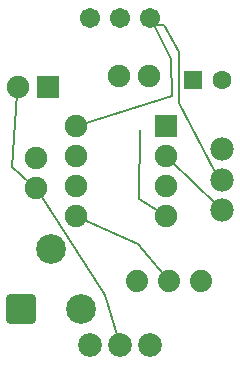
<source format=gbl>
G04 MADE WITH FRITZING*
G04 WWW.FRITZING.ORG*
G04 DOUBLE SIDED*
G04 HOLES PLATED*
G04 CONTOUR ON CENTER OF CONTOUR VECTOR*
%ASAXBY*%
%FSLAX23Y23*%
%MOIN*%
%OFA0B0*%
%SFA1.0B1.0*%
%ADD10C,0.074000*%
%ADD11C,0.078000*%
%ADD12C,0.075000*%
%ADD13C,0.099000*%
%ADD14C,0.062992*%
%ADD15C,0.067559*%
%ADD16C,0.079370*%
%ADD17R,0.075000X0.075000*%
%ADD18R,0.062992X0.062992*%
%ADD19C,0.008000*%
%ADD20C,0.029000*%
%LNCOPPER0*%
G90*
G70*
G54D10*
X670Y344D03*
X563Y344D03*
X456Y344D03*
G54D11*
X740Y580D03*
X740Y781D03*
X740Y680D03*
G54D12*
X552Y860D03*
X252Y860D03*
X552Y760D03*
X252Y760D03*
X552Y660D03*
X252Y660D03*
X552Y560D03*
X252Y560D03*
X552Y860D03*
X252Y860D03*
X552Y760D03*
X252Y760D03*
X552Y660D03*
X252Y660D03*
X552Y560D03*
X252Y560D03*
G54D13*
X267Y250D03*
X67Y250D03*
X167Y450D03*
G54D12*
X118Y651D03*
X118Y751D03*
X118Y651D03*
X118Y751D03*
X496Y1026D03*
X396Y1026D03*
X496Y1026D03*
X396Y1026D03*
X158Y990D03*
X58Y990D03*
X158Y990D03*
X58Y990D03*
G54D14*
X642Y1013D03*
X740Y1013D03*
G54D15*
X500Y1218D03*
X400Y1218D03*
X300Y1218D03*
G54D16*
X500Y128D03*
X400Y128D03*
X300Y128D03*
G54D17*
X552Y860D03*
X552Y860D03*
X158Y990D03*
X158Y990D03*
G54D18*
X642Y1013D03*
G54D19*
X723Y597D02*
X568Y744D01*
D02*
X515Y1205D02*
X525Y1196D01*
X525Y1196D02*
X545Y1196D01*
X545Y1196D02*
X595Y1106D01*
X595Y1106D02*
X595Y936D01*
X595Y936D02*
X715Y706D01*
X715Y706D02*
X723Y698D01*
D02*
X56Y967D02*
X39Y723D01*
D02*
X39Y723D02*
X101Y667D01*
D02*
X393Y152D02*
X347Y296D01*
D02*
X347Y296D02*
X131Y632D01*
D02*
X460Y466D02*
X273Y550D01*
D02*
X546Y364D02*
X460Y466D01*
D02*
X274Y867D02*
X571Y958D01*
D02*
X568Y1084D02*
X571Y958D01*
D02*
X509Y1201D02*
X568Y1084D01*
D02*
X465Y846D02*
X461Y616D01*
D02*
X461Y616D02*
X532Y572D01*
G54D20*
X32Y285D02*
X102Y285D01*
X102Y215D01*
X32Y215D01*
X32Y285D01*
D02*
G04 End of Copper0*
M02*
</source>
